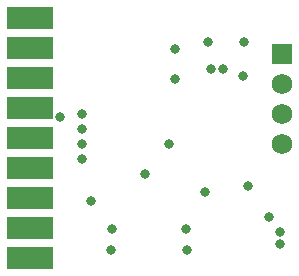
<source format=gbs>
G04 Layer_Color=8150272*
%FSLAX25Y25*%
%MOIN*%
G70*
G01*
G75*
%ADD39R,0.15200X0.07800*%
%ADD40C,0.06902*%
%ADD41R,0.06902X0.06902*%
%ADD42C,0.03200*%
D39*
X110000Y317500D02*
D03*
Y307500D02*
D03*
Y297500D02*
D03*
Y287500D02*
D03*
Y277500D02*
D03*
Y267500D02*
D03*
Y257500D02*
D03*
Y247500D02*
D03*
Y237500D02*
D03*
D40*
X194000Y275500D02*
D03*
Y285500D02*
D03*
Y295500D02*
D03*
D41*
Y305500D02*
D03*
D42*
X127500Y270500D02*
D03*
X120000Y284500D02*
D03*
X148500Y265500D02*
D03*
X127500Y285500D02*
D03*
Y275500D02*
D03*
X130500Y256500D02*
D03*
X127500Y280500D02*
D03*
X182756Y261244D02*
D03*
X189730Y251000D02*
D03*
X168500Y259500D02*
D03*
X181500Y309500D02*
D03*
X193500Y246000D02*
D03*
Y242000D02*
D03*
X162000Y247000D02*
D03*
X162500Y240000D02*
D03*
X137500Y247000D02*
D03*
X137000Y240000D02*
D03*
X169500Y309500D02*
D03*
X156500Y275500D02*
D03*
X181000Y298000D02*
D03*
X174500Y300500D02*
D03*
X170500D02*
D03*
X158500Y297000D02*
D03*
Y307000D02*
D03*
M02*

</source>
